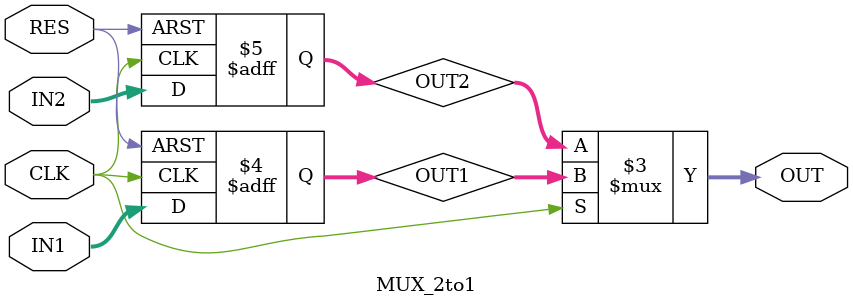
<source format=v>
module MUX_2to1 (IN1, IN2, CLK, RES, OUT);

	 parameter BW = 6;

	 input signed [BW+14:0] IN1, IN2;
	 input CLK, RES;
	 output signed [BW+14:0] OUT;

	 reg signed [BW+14:0] OUT1, OUT2;

	  always @(posedge CLK or posedge RES) begin
		if( RES == 1'b1) begin
			OUT1 <= 0;
			OUT2 <= 0;
		end
		else begin
			OUT1 <= IN1;
			OUT2 <= IN2;
	 end
	 end

	assign OUT = CLK ? OUT1 : OUT2;

endmodule

</source>
